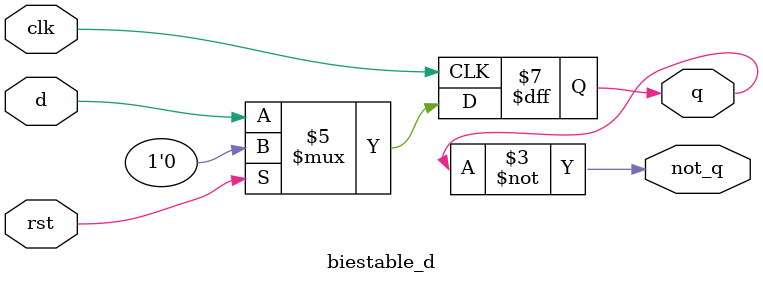
<source format=sv>
/**
 * @ Author: German Cano Quiveu, germancq
 * @ Create Time: 2019-12-05 13:02:53
 * @ Modified by: Your name
 * @ Modified time: 2019-12-05 13:29:29
 * @ Description:
 */

module pulse_button(
	input clk,
	input rst,
	input button,
	output pulse);

logic currentValue_q;
logic currentValue_not_q;
logic previousValue_q;
logic previousValue_not_q;

biestable_d currentValue(
	.clk(clk),
	.rst(rst),
	.d(button),
	.q(currentValue_q),
	.not_q(currentValue_not_q)
);

biestable_d previousValue(
	.clk(clk),
	.rst(rst),
	.d(currentValue_q),
	.q(previousValue_q),
	.not_q(previousValue_not_q)
);

assign pulse = currentValue_q & previousValue_not_q;


endmodule : pulse_button


module biestable_d(
	input clk,
	input rst,
	input d,
	output logic q,
	output not_q);

always_ff @(posedge clk)
begin
	if(rst == 1'b1)
		q <= 1'b0;
	else
		q <= d;
end

assign not_q = ~q;

endmodule : biestable_d
</source>
